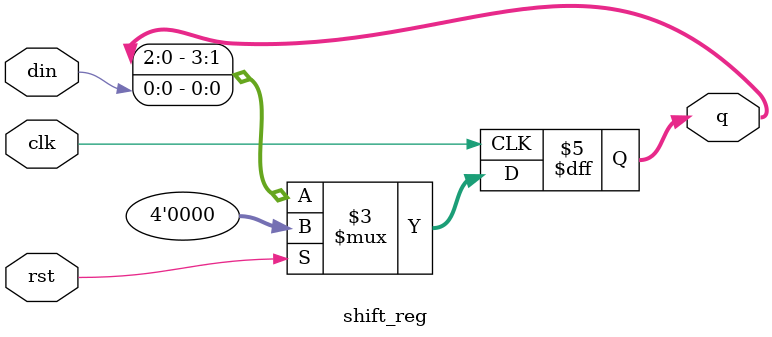
<source format=v>
module shift_reg (
    input wire clk,
    input wire rst,
    input wire din,
    output reg [3:0] q
);
    always @(posedge clk) begin
        if (rst)
            q <= 4'b0000;
        else
            q <= {q[2:0], din}; // Desplaza a la izquierda y agrega din en el LSB
    end
endmodule

</source>
